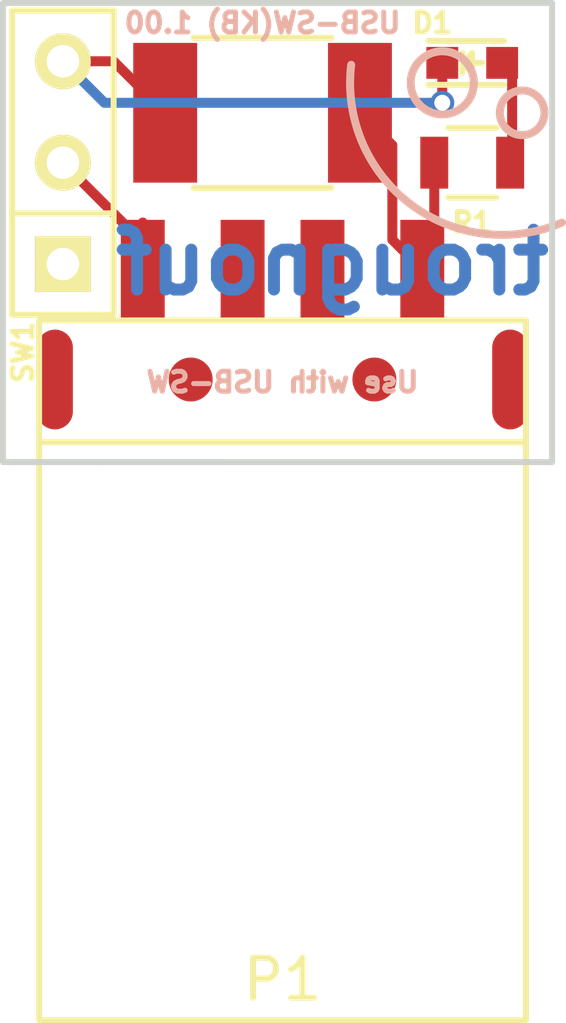
<source format=kicad_pcb>
(kicad_pcb (version 4) (host pcbnew 4.0.1-stable)

  (general
    (links 7)
    (no_connects 1)
    (area 141.5125 101.295237 155.850001 129.257001)
    (thickness 1.6)
    (drawings 14)
    (tracks 22)
    (zones 0)
    (modules 5)
    (nets 9)
  )

  (page A4)
  (layers
    (0 F.Cu signal)
    (31 B.Cu signal)
    (32 B.Adhes user)
    (33 F.Adhes user)
    (34 B.Paste user)
    (35 F.Paste user)
    (36 B.SilkS user)
    (37 F.SilkS user)
    (38 B.Mask user)
    (39 F.Mask user)
    (40 Dwgs.User user)
    (41 Cmts.User user)
    (42 Eco1.User user)
    (43 Eco2.User user)
    (44 Edge.Cuts user)
    (45 Margin user)
    (46 B.CrtYd user)
    (47 F.CrtYd user)
    (48 B.Fab user)
    (49 F.Fab user)
  )

  (setup
    (last_trace_width 0.25)
    (trace_clearance 0.2)
    (zone_clearance 0.508)
    (zone_45_only no)
    (trace_min 0.2)
    (segment_width 0.2)
    (edge_width 0.15)
    (via_size 0.6)
    (via_drill 0.4)
    (via_min_size 0.4)
    (via_min_drill 0.3)
    (uvia_size 0.3)
    (uvia_drill 0.1)
    (uvias_allowed no)
    (uvia_min_size 0.2)
    (uvia_min_drill 0.1)
    (pcb_text_width 0.3)
    (pcb_text_size 1.5 1.5)
    (mod_edge_width 0.15)
    (mod_text_size 1 1)
    (mod_text_width 0.15)
    (pad_size 1.524 1.524)
    (pad_drill 0.762)
    (pad_to_mask_clearance 0.2)
    (aux_axis_origin 0 0)
    (visible_elements FFFFFF7F)
    (pcbplotparams
      (layerselection 0x00030_80000001)
      (usegerberextensions false)
      (excludeedgelayer true)
      (linewidth 0.100000)
      (plotframeref false)
      (viasonmask false)
      (mode 1)
      (useauxorigin false)
      (hpglpennumber 1)
      (hpglpenspeed 20)
      (hpglpendiameter 15)
      (hpglpenoverlay 2)
      (psnegative false)
      (psa4output false)
      (plotreference true)
      (plotvalue true)
      (plotinvisibletext false)
      (padsonsilk false)
      (subtractmaskfromsilk false)
      (outputformat 1)
      (mirror false)
      (drillshape 1)
      (scaleselection 1)
      (outputdirectory ""))
  )

  (net 0 "")
  (net 1 "Net-(P1-Pad5)")
  (net 2 "Net-(P1-Pad4)")
  (net 3 "Net-(P1-Pad3)")
  (net 4 "Net-(P1-Pad2)")
  (net 5 "Net-(SW1-Pad1)")
  (net 6 "Net-(D1-Pad2)")
  (net 7 "Net-(D1-Pad1)")
  (net 8 "Net-(P1-Pad1)")

  (net_class Default "This is the default net class."
    (clearance 0.2)
    (trace_width 0.25)
    (via_dia 0.6)
    (via_drill 0.4)
    (uvia_dia 0.3)
    (uvia_drill 0.1)
    (add_net "Net-(D1-Pad1)")
    (add_net "Net-(D1-Pad2)")
    (add_net "Net-(P1-Pad1)")
    (add_net "Net-(P1-Pad2)")
    (add_net "Net-(P1-Pad3)")
    (add_net "Net-(P1-Pad4)")
    (add_net "Net-(P1-Pad5)")
    (add_net "Net-(SW1-Pad1)")
  )

  (module con-trougnouf:USB_A (layer F.Cu) (tedit 568B11D9) (tstamp 56887E86)
    (at 148.75 114.5)
    (path /568879CB)
    (fp_text reference P1 (at 0 13.462) (layer F.SilkS)
      (effects (font (size 1 1) (thickness 0.15)))
    )
    (fp_text value USB_A (at 5.5 -3.5) (layer F.Fab)
      (effects (font (size 0.5 0.5) (thickness 0.1)))
    )
    (fp_line (start 6.025 0.004) (end -6.025 0.004) (layer F.SilkS) (width 0.15))
    (fp_line (start 6.096 -3.048) (end 6.096 14.478) (layer F.SilkS) (width 0.15))
    (fp_line (start -6.096 -3.048) (end -6.096 14.478) (layer F.SilkS) (width 0.15))
    (fp_line (start 6.025 14.482) (end -6.025 14.482) (layer F.SilkS) (width 0.15))
    (fp_line (start 6.025 -3.048) (end -6.025 -3.048) (layer F.SilkS) (width 0.15))
    (pad 5 smd oval (at 5.7 -1.568) (size 0.9 2.5) (layers F.Cu F.Paste F.Mask)
      (net 1 "Net-(P1-Pad5)"))
    (pad "" smd circle (at 2.3 -1.568) (size 1.1 1.1) (layers F.Cu F.Paste F.Mask))
    (pad 4 smd rect (at -3.5 -4.318) (size 1.1 2.5) (layers F.Cu F.Paste F.Mask)
      (net 2 "Net-(P1-Pad4)"))
    (pad 3 smd rect (at -1 -4.318) (size 1.1 2.5) (layers F.Cu F.Paste F.Mask)
      (net 3 "Net-(P1-Pad3)"))
    (pad 2 smd rect (at 1 -4.318) (size 1.1 2.5) (layers F.Cu F.Paste F.Mask)
      (net 4 "Net-(P1-Pad2)"))
    (pad 1 smd rect (at 3.5 -4.318) (size 1.1 2.5) (layers F.Cu F.Paste F.Mask)
      (net 8 "Net-(P1-Pad1)"))
    (pad "" smd circle (at -2.3 -1.568) (size 1.1 1.1) (layers F.Cu F.Paste F.Mask))
    (pad 5 smd oval (at -5.7 -1.568) (size 0.9 2.5) (layers F.Cu F.Paste F.Mask)
      (net 1 "Net-(P1-Pad5)"))
  )

  (module Buttons_Switches_ThroughHole:SW_Micro_SPST (layer F.Cu) (tedit 568B11F2) (tstamp 56887E8D)
    (at 143.25 107.5 90)
    (tags "Switch Micro SPST")
    (path /56887A40)
    (fp_text reference SW1 (at -4.75 -1 90) (layer F.SilkS)
      (effects (font (size 0.5 0.5) (thickness 0.125)))
    )
    (fp_text value Switch_SPDT_x2 (at 0.025 2.45 90) (layer F.Fab) hide
      (effects (font (size 1 1) (thickness 0.15)))
    )
    (fp_line (start -3.81 1.27) (end -3.81 -1.27) (layer F.SilkS) (width 0.15))
    (fp_line (start -3.81 -1.27) (end 3.81 -1.27) (layer F.SilkS) (width 0.15))
    (fp_line (start 3.81 -1.27) (end 3.81 1.27) (layer F.SilkS) (width 0.15))
    (fp_line (start 3.81 1.27) (end -3.81 1.27) (layer F.SilkS) (width 0.15))
    (fp_line (start -1.27 -1.27) (end -1.27 1.27) (layer F.SilkS) (width 0.15))
    (pad 1 thru_hole rect (at -2.54 0 90) (size 1.397 1.397) (drill 0.8128) (layers *.Cu *.Mask F.SilkS)
      (net 5 "Net-(SW1-Pad1)"))
    (pad 2 thru_hole circle (at 0 0 90) (size 1.397 1.397) (drill 0.8128) (layers *.Cu *.Mask F.SilkS)
      (net 2 "Net-(P1-Pad4)"))
    (pad 3 thru_hole circle (at 2.54 0 90) (size 1.397 1.397) (drill 0.8128) (layers *.Cu *.Mask F.SilkS)
      (net 7 "Net-(D1-Pad1)"))
    (model Buttons_Switches_ThroughHole.3dshapes/SW_Micro_SPST.wrl
      (at (xyz 0 0 0))
      (scale (xyz 0.33 0.33 0.33))
      (rotate (xyz 0 0 0))
    )
  )

  (module LEDs:LED-0603 (layer F.Cu) (tedit 568B11B7) (tstamp 568B05B1)
    (at 153.5 105)
    (descr "LED 0603 smd package")
    (tags "LED led 0603 SMD smd SMT smt smdled SMDLED smtled SMTLED")
    (path /568AFEBD)
    (attr smd)
    (fp_text reference D1 (at -1 -1 180) (layer F.SilkS)
      (effects (font (size 0.5 0.5) (thickness 0.125)))
    )
    (fp_text value LED (at 0.75 -1 180) (layer F.Fab)
      (effects (font (size 0.5 0.5) (thickness 0.125)))
    )
    (fp_line (start -1.1 0.55) (end 0.8 0.55) (layer F.SilkS) (width 0.15))
    (fp_line (start -1.1 -0.55) (end 0.8 -0.55) (layer F.SilkS) (width 0.15))
    (fp_line (start -0.2 0) (end 0.25 0) (layer F.SilkS) (width 0.15))
    (fp_line (start -0.25 -0.25) (end -0.25 0.25) (layer F.SilkS) (width 0.15))
    (fp_line (start -0.25 0) (end 0 -0.25) (layer F.SilkS) (width 0.15))
    (fp_line (start 0 -0.25) (end 0 0.25) (layer F.SilkS) (width 0.15))
    (fp_line (start 0 0.25) (end -0.25 0) (layer F.SilkS) (width 0.15))
    (fp_line (start 1.4 -0.75) (end 1.4 0.75) (layer F.CrtYd) (width 0.05))
    (fp_line (start 1.4 0.75) (end -1.4 0.75) (layer F.CrtYd) (width 0.05))
    (fp_line (start -1.4 0.75) (end -1.4 -0.75) (layer F.CrtYd) (width 0.05))
    (fp_line (start -1.4 -0.75) (end 1.4 -0.75) (layer F.CrtYd) (width 0.05))
    (pad 2 smd rect (at 0.7493 0 180) (size 0.79756 0.79756) (layers F.Cu F.Paste F.Mask)
      (net 6 "Net-(D1-Pad2)"))
    (pad 1 smd rect (at -0.7493 0 180) (size 0.79756 0.79756) (layers F.Cu F.Paste F.Mask)
      (net 7 "Net-(D1-Pad1)"))
  )

  (module Resistors_SMD:R_0805 (layer F.Cu) (tedit 568B11C6) (tstamp 568B05B7)
    (at 153.5 107.5)
    (descr "Resistor SMD 0805, reflow soldering, Vishay (see dcrcw.pdf)")
    (tags "resistor 0805")
    (path /568AFE80)
    (attr smd)
    (fp_text reference R1 (at 0 1.5) (layer F.SilkS)
      (effects (font (size 0.5 0.5) (thickness 0.125)))
    )
    (fp_text value 150 (at 1.25 1.5 180) (layer F.Fab)
      (effects (font (size 0.5 0.5) (thickness 0.125)))
    )
    (fp_line (start -1.6 -1) (end 1.6 -1) (layer F.CrtYd) (width 0.05))
    (fp_line (start -1.6 1) (end 1.6 1) (layer F.CrtYd) (width 0.05))
    (fp_line (start -1.6 -1) (end -1.6 1) (layer F.CrtYd) (width 0.05))
    (fp_line (start 1.6 -1) (end 1.6 1) (layer F.CrtYd) (width 0.05))
    (fp_line (start 0.6 0.875) (end -0.6 0.875) (layer F.SilkS) (width 0.15))
    (fp_line (start -0.6 -0.875) (end 0.6 -0.875) (layer F.SilkS) (width 0.15))
    (pad 1 smd rect (at -0.95 0) (size 0.7 1.3) (layers F.Cu F.Paste F.Mask)
      (net 8 "Net-(P1-Pad1)"))
    (pad 2 smd rect (at 0.95 0) (size 0.7 1.3) (layers F.Cu F.Paste F.Mask)
      (net 6 "Net-(D1-Pad2)"))
    (model Resistors_SMD.3dshapes/R_0805.wrl
      (at (xyz 0 0 0))
      (scale (xyz 1 1 1))
      (rotate (xyz 0 0 0))
    )
  )

  (module Resistors_SMD:R_1812 (layer F.Cu) (tedit 568B121A) (tstamp 568B0DBF)
    (at 148.25 106.25)
    (descr "Resistor SMD 1812, flow soldering, Panasonic (see ERJ12)")
    (tags "resistor 1812")
    (path /568AFDD9)
    (attr smd)
    (fp_text reference R2 (at 0 -3.175) (layer F.SilkS) hide
      (effects (font (size 1 1) (thickness 0.15)))
    )
    (fp_text value PPTC (at 0 -2.25) (layer F.Fab)
      (effects (font (size 0.5 0.5) (thickness 0.125)))
    )
    (fp_line (start -3.5052 -2.2352) (end 3.5052 -2.2352) (layer F.CrtYd) (width 0.05))
    (fp_line (start 3.5052 -2.2352) (end 3.5052 2.2352) (layer F.CrtYd) (width 0.05))
    (fp_line (start 3.5052 2.2352) (end -3.5052 2.2352) (layer F.CrtYd) (width 0.05))
    (fp_line (start -3.5052 2.2352) (end -3.5052 -2.2352) (layer F.CrtYd) (width 0.05))
    (fp_line (start -1.7272 1.8796) (end 1.7272 1.8796) (layer F.SilkS) (width 0.15))
    (fp_line (start -1.7272 -1.8796) (end 1.7272 -1.8796) (layer F.SilkS) (width 0.15))
    (pad 1 smd rect (at -2.4384 0) (size 1.6 3.5) (layers F.Cu F.Paste F.Mask)
      (net 7 "Net-(D1-Pad1)"))
    (pad 2 smd rect (at 2.4384 0) (size 1.6 3.5) (layers F.Cu F.Paste F.Mask)
      (net 8 "Net-(P1-Pad1)"))
  )

  (gr_text "USB-SW(KB) 1.00" (at 148.25 104) (layer B.SilkS)
    (effects (font (size 0.5 0.5) (thickness 0.125)) (justify mirror))
  )
  (gr_line (start 155.25 115) (end 155.5 115) (angle 90) (layer Edge.Cuts) (width 0.15))
  (gr_line (start 144.25 115) (end 147.25 115) (angle 90) (layer Edge.Cuts) (width 0.15))
  (gr_line (start 142 115) (end 144.25 115) (angle 90) (layer Edge.Cuts) (width 0.15))
  (gr_line (start 141.75 115) (end 142 115) (angle 90) (layer Edge.Cuts) (width 0.15))
  (gr_line (start 141.75 103.5) (end 155.5 103.5) (angle 90) (layer Edge.Cuts) (width 0.15))
  (gr_line (start 155.5 103.5) (end 155.5 115) (angle 90) (layer Edge.Cuts) (width 0.15))
  (gr_line (start 141.75 115) (end 141.75 103.5) (angle 90) (layer Edge.Cuts) (width 0.15))
  (gr_arc (start 154.25 105.5) (end 155.75 109) (angle 120) (layer B.SilkS) (width 0.2))
  (gr_circle (center 152.75 105.5) (end 153 106.25) (layer B.SilkS) (width 0.2))
  (gr_circle (center 154.75 106.25) (end 155.25 106.5) (layer B.SilkS) (width 0.2))
  (gr_line (start 155.5 115) (end 142 115) (angle 90) (layer Edge.Cuts) (width 0.15))
  (gr_text "Use with USB-SW" (at 148.75 113) (layer B.SilkS)
    (effects (font (size 0.5 0.5) (thickness 0.125)) (justify mirror))
  )
  (gr_text trougnouf (at 150 110) (layer B.Cu)
    (effects (font (size 1.5 1.5) (thickness 0.3)) (justify mirror))
  )

  (segment (start 154.382 113) (end 154.45 112.932) (width 0.25) (layer F.Cu) (net 1) (tstamp 568B0A4B))
  (segment (start 145.25 109.5) (end 145.25 110.182) (width 0.25) (layer F.Cu) (net 2) (tstamp 568B1108))
  (segment (start 143.25 107.5) (end 145.25 109.5) (width 0.25) (layer F.Cu) (net 2))
  (segment (start 143 107.5) (end 143 107.932) (width 0.25) (layer F.Cu) (net 2))
  (segment (start 145.25 109) (end 145.25 110.182) (width 0.25) (layer F.Cu) (net 2) (tstamp 5688820E))
  (segment (start 154.45 107.5) (end 154.5 107.45) (width 0.25) (layer F.Cu) (net 6))
  (segment (start 154.5 107.45) (end 154.5 105.2507) (width 0.25) (layer F.Cu) (net 6) (tstamp 568B10ED))
  (segment (start 154.5 105.2507) (end 154.2493 105) (width 0.25) (layer F.Cu) (net 6) (tstamp 568B10F1))
  (segment (start 154.45 107.5) (end 154.2493 107.2993) (width 0.25) (layer F.Cu) (net 6))
  (segment (start 154.25 105.0007) (end 154.2493 105) (width 0.25) (layer F.Cu) (net 6) (tstamp 568B0832))
  (segment (start 144.5216 104.96) (end 143.25 104.96) (width 0.25) (layer F.Cu) (net 7) (tstamp 568B1104))
  (segment (start 145.8116 106.25) (end 144.5216 104.96) (width 0.25) (layer F.Cu) (net 7))
  (segment (start 144.29 106) (end 143.25 104.96) (width 0.25) (layer B.Cu) (net 7) (tstamp 568B10FB))
  (segment (start 152.75 106) (end 144.29 106) (width 0.25) (layer B.Cu) (net 7) (tstamp 568B10FA))
  (via (at 152.75 106) (size 0.6) (drill 0.4) (layers F.Cu B.Cu) (net 7))
  (segment (start 152.75 105.0007) (end 152.75 106) (width 0.25) (layer F.Cu) (net 7) (tstamp 568B10F4))
  (segment (start 152.7507 105) (end 152.75 105.0007) (width 0.25) (layer F.Cu) (net 7))
  (segment (start 152.25 110.182) (end 151.5 109.432) (width 0.25) (layer F.Cu) (net 8))
  (segment (start 151.5 107.0616) (end 150.6884 106.25) (width 0.25) (layer F.Cu) (net 8) (tstamp 568B10E6))
  (segment (start 151.5 109.432) (end 151.5 107.0616) (width 0.25) (layer F.Cu) (net 8) (tstamp 568B10E1))
  (segment (start 152.25 110.182) (end 152.55 109.882) (width 0.25) (layer F.Cu) (net 8))
  (segment (start 152.55 109.882) (end 152.55 107.5) (width 0.25) (layer F.Cu) (net 8) (tstamp 568B10DD))

)

</source>
